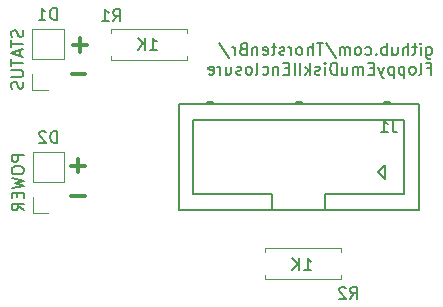
<source format=gbr>
%TF.GenerationSoftware,KiCad,Pcbnew,5.1.8-5.1.8*%
%TF.CreationDate,2022-05-17T18:34:16+02:00*%
%TF.ProjectId,FloppyEmuButtonPanel,466c6f70-7079-4456-9d75-427574746f6e,1.0*%
%TF.SameCoordinates,Original*%
%TF.FileFunction,Legend,Bot*%
%TF.FilePolarity,Positive*%
%FSLAX46Y46*%
G04 Gerber Fmt 4.6, Leading zero omitted, Abs format (unit mm)*
G04 Created by KiCad (PCBNEW 5.1.8-5.1.8) date 2022-05-17 18:34:16*
%MOMM*%
%LPD*%
G01*
G04 APERTURE LIST*
%ADD10C,0.300000*%
%ADD11C,0.150000*%
%ADD12C,0.120000*%
G04 APERTURE END LIST*
D10*
X109537428Y-90277142D02*
X108394571Y-90277142D01*
X109537428Y-87737142D02*
X108394571Y-87737142D01*
X108966000Y-88308571D02*
X108966000Y-87165714D01*
X109571428Y-80007142D02*
X108428571Y-80007142D01*
X109671428Y-77507142D02*
X108528571Y-77507142D01*
X109100000Y-78078571D02*
X109100000Y-76935714D01*
D11*
X138427833Y-77700714D02*
X138427833Y-78510238D01*
X138475452Y-78605476D01*
X138523071Y-78653095D01*
X138618309Y-78700714D01*
X138761166Y-78700714D01*
X138856404Y-78653095D01*
X138427833Y-78319761D02*
X138523071Y-78367380D01*
X138713547Y-78367380D01*
X138808785Y-78319761D01*
X138856404Y-78272142D01*
X138904023Y-78176904D01*
X138904023Y-77891190D01*
X138856404Y-77795952D01*
X138808785Y-77748333D01*
X138713547Y-77700714D01*
X138523071Y-77700714D01*
X138427833Y-77748333D01*
X137951642Y-78367380D02*
X137951642Y-77700714D01*
X137951642Y-77367380D02*
X137999261Y-77415000D01*
X137951642Y-77462619D01*
X137904023Y-77415000D01*
X137951642Y-77367380D01*
X137951642Y-77462619D01*
X137618309Y-77700714D02*
X137237357Y-77700714D01*
X137475452Y-77367380D02*
X137475452Y-78224523D01*
X137427833Y-78319761D01*
X137332595Y-78367380D01*
X137237357Y-78367380D01*
X136904023Y-78367380D02*
X136904023Y-77367380D01*
X136475452Y-78367380D02*
X136475452Y-77843571D01*
X136523071Y-77748333D01*
X136618309Y-77700714D01*
X136761166Y-77700714D01*
X136856404Y-77748333D01*
X136904023Y-77795952D01*
X135570690Y-77700714D02*
X135570690Y-78367380D01*
X135999261Y-77700714D02*
X135999261Y-78224523D01*
X135951642Y-78319761D01*
X135856404Y-78367380D01*
X135713547Y-78367380D01*
X135618309Y-78319761D01*
X135570690Y-78272142D01*
X135094500Y-78367380D02*
X135094500Y-77367380D01*
X135094500Y-77748333D02*
X134999261Y-77700714D01*
X134808785Y-77700714D01*
X134713547Y-77748333D01*
X134665928Y-77795952D01*
X134618309Y-77891190D01*
X134618309Y-78176904D01*
X134665928Y-78272142D01*
X134713547Y-78319761D01*
X134808785Y-78367380D01*
X134999261Y-78367380D01*
X135094500Y-78319761D01*
X134189738Y-78272142D02*
X134142119Y-78319761D01*
X134189738Y-78367380D01*
X134237357Y-78319761D01*
X134189738Y-78272142D01*
X134189738Y-78367380D01*
X133284976Y-78319761D02*
X133380214Y-78367380D01*
X133570690Y-78367380D01*
X133665928Y-78319761D01*
X133713547Y-78272142D01*
X133761166Y-78176904D01*
X133761166Y-77891190D01*
X133713547Y-77795952D01*
X133665928Y-77748333D01*
X133570690Y-77700714D01*
X133380214Y-77700714D01*
X133284976Y-77748333D01*
X132713547Y-78367380D02*
X132808785Y-78319761D01*
X132856404Y-78272142D01*
X132904023Y-78176904D01*
X132904023Y-77891190D01*
X132856404Y-77795952D01*
X132808785Y-77748333D01*
X132713547Y-77700714D01*
X132570690Y-77700714D01*
X132475452Y-77748333D01*
X132427833Y-77795952D01*
X132380214Y-77891190D01*
X132380214Y-78176904D01*
X132427833Y-78272142D01*
X132475452Y-78319761D01*
X132570690Y-78367380D01*
X132713547Y-78367380D01*
X131951642Y-78367380D02*
X131951642Y-77700714D01*
X131951642Y-77795952D02*
X131904023Y-77748333D01*
X131808785Y-77700714D01*
X131665928Y-77700714D01*
X131570690Y-77748333D01*
X131523071Y-77843571D01*
X131523071Y-78367380D01*
X131523071Y-77843571D02*
X131475452Y-77748333D01*
X131380214Y-77700714D01*
X131237357Y-77700714D01*
X131142119Y-77748333D01*
X131094500Y-77843571D01*
X131094500Y-78367380D01*
X129904023Y-77319761D02*
X130761166Y-78605476D01*
X129713547Y-77367380D02*
X129142119Y-77367380D01*
X129427833Y-78367380D02*
X129427833Y-77367380D01*
X128808785Y-78367380D02*
X128808785Y-77367380D01*
X128380214Y-78367380D02*
X128380214Y-77843571D01*
X128427833Y-77748333D01*
X128523071Y-77700714D01*
X128665928Y-77700714D01*
X128761166Y-77748333D01*
X128808785Y-77795952D01*
X127761166Y-78367380D02*
X127856404Y-78319761D01*
X127904023Y-78272142D01*
X127951642Y-78176904D01*
X127951642Y-77891190D01*
X127904023Y-77795952D01*
X127856404Y-77748333D01*
X127761166Y-77700714D01*
X127618309Y-77700714D01*
X127523071Y-77748333D01*
X127475452Y-77795952D01*
X127427833Y-77891190D01*
X127427833Y-78176904D01*
X127475452Y-78272142D01*
X127523071Y-78319761D01*
X127618309Y-78367380D01*
X127761166Y-78367380D01*
X126999261Y-78367380D02*
X126999261Y-77700714D01*
X126999261Y-77891190D02*
X126951642Y-77795952D01*
X126904023Y-77748333D01*
X126808785Y-77700714D01*
X126713547Y-77700714D01*
X126427833Y-78319761D02*
X126332595Y-78367380D01*
X126142119Y-78367380D01*
X126046880Y-78319761D01*
X125999261Y-78224523D01*
X125999261Y-78176904D01*
X126046880Y-78081666D01*
X126142119Y-78034047D01*
X126284976Y-78034047D01*
X126380214Y-77986428D01*
X126427833Y-77891190D01*
X126427833Y-77843571D01*
X126380214Y-77748333D01*
X126284976Y-77700714D01*
X126142119Y-77700714D01*
X126046880Y-77748333D01*
X125713547Y-77700714D02*
X125332595Y-77700714D01*
X125570690Y-77367380D02*
X125570690Y-78224523D01*
X125523071Y-78319761D01*
X125427833Y-78367380D01*
X125332595Y-78367380D01*
X124618309Y-78319761D02*
X124713547Y-78367380D01*
X124904023Y-78367380D01*
X124999261Y-78319761D01*
X125046880Y-78224523D01*
X125046880Y-77843571D01*
X124999261Y-77748333D01*
X124904023Y-77700714D01*
X124713547Y-77700714D01*
X124618309Y-77748333D01*
X124570690Y-77843571D01*
X124570690Y-77938809D01*
X125046880Y-78034047D01*
X124142119Y-77700714D02*
X124142119Y-78367380D01*
X124142119Y-77795952D02*
X124094500Y-77748333D01*
X123999261Y-77700714D01*
X123856404Y-77700714D01*
X123761166Y-77748333D01*
X123713547Y-77843571D01*
X123713547Y-78367380D01*
X122904023Y-77843571D02*
X122761166Y-77891190D01*
X122713547Y-77938809D01*
X122665928Y-78034047D01*
X122665928Y-78176904D01*
X122713547Y-78272142D01*
X122761166Y-78319761D01*
X122856404Y-78367380D01*
X123237357Y-78367380D01*
X123237357Y-77367380D01*
X122904023Y-77367380D01*
X122808785Y-77415000D01*
X122761166Y-77462619D01*
X122713547Y-77557857D01*
X122713547Y-77653095D01*
X122761166Y-77748333D01*
X122808785Y-77795952D01*
X122904023Y-77843571D01*
X123237357Y-77843571D01*
X122237357Y-78367380D02*
X122237357Y-77700714D01*
X122237357Y-77891190D02*
X122189738Y-77795952D01*
X122142119Y-77748333D01*
X122046880Y-77700714D01*
X121951642Y-77700714D01*
X120904023Y-77319761D02*
X121761166Y-78605476D01*
X138523071Y-79493571D02*
X138856404Y-79493571D01*
X138856404Y-80017380D02*
X138856404Y-79017380D01*
X138380214Y-79017380D01*
X137856404Y-80017380D02*
X137951642Y-79969761D01*
X137999261Y-79874523D01*
X137999261Y-79017380D01*
X137332595Y-80017380D02*
X137427833Y-79969761D01*
X137475452Y-79922142D01*
X137523071Y-79826904D01*
X137523071Y-79541190D01*
X137475452Y-79445952D01*
X137427833Y-79398333D01*
X137332595Y-79350714D01*
X137189738Y-79350714D01*
X137094500Y-79398333D01*
X137046880Y-79445952D01*
X136999261Y-79541190D01*
X136999261Y-79826904D01*
X137046880Y-79922142D01*
X137094500Y-79969761D01*
X137189738Y-80017380D01*
X137332595Y-80017380D01*
X136570690Y-79350714D02*
X136570690Y-80350714D01*
X136570690Y-79398333D02*
X136475452Y-79350714D01*
X136284976Y-79350714D01*
X136189738Y-79398333D01*
X136142119Y-79445952D01*
X136094500Y-79541190D01*
X136094500Y-79826904D01*
X136142119Y-79922142D01*
X136189738Y-79969761D01*
X136284976Y-80017380D01*
X136475452Y-80017380D01*
X136570690Y-79969761D01*
X135665928Y-79350714D02*
X135665928Y-80350714D01*
X135665928Y-79398333D02*
X135570690Y-79350714D01*
X135380214Y-79350714D01*
X135284976Y-79398333D01*
X135237357Y-79445952D01*
X135189738Y-79541190D01*
X135189738Y-79826904D01*
X135237357Y-79922142D01*
X135284976Y-79969761D01*
X135380214Y-80017380D01*
X135570690Y-80017380D01*
X135665928Y-79969761D01*
X134856404Y-79350714D02*
X134618309Y-80017380D01*
X134380214Y-79350714D02*
X134618309Y-80017380D01*
X134713547Y-80255476D01*
X134761166Y-80303095D01*
X134856404Y-80350714D01*
X133999261Y-79493571D02*
X133665928Y-79493571D01*
X133523071Y-80017380D02*
X133999261Y-80017380D01*
X133999261Y-79017380D01*
X133523071Y-79017380D01*
X133094500Y-80017380D02*
X133094500Y-79350714D01*
X133094500Y-79445952D02*
X133046880Y-79398333D01*
X132951642Y-79350714D01*
X132808785Y-79350714D01*
X132713547Y-79398333D01*
X132665928Y-79493571D01*
X132665928Y-80017380D01*
X132665928Y-79493571D02*
X132618309Y-79398333D01*
X132523071Y-79350714D01*
X132380214Y-79350714D01*
X132284976Y-79398333D01*
X132237357Y-79493571D01*
X132237357Y-80017380D01*
X131332595Y-79350714D02*
X131332595Y-80017380D01*
X131761166Y-79350714D02*
X131761166Y-79874523D01*
X131713547Y-79969761D01*
X131618309Y-80017380D01*
X131475452Y-80017380D01*
X131380214Y-79969761D01*
X131332595Y-79922142D01*
X130856404Y-80017380D02*
X130856404Y-79017380D01*
X130618309Y-79017380D01*
X130475452Y-79065000D01*
X130380214Y-79160238D01*
X130332595Y-79255476D01*
X130284976Y-79445952D01*
X130284976Y-79588809D01*
X130332595Y-79779285D01*
X130380214Y-79874523D01*
X130475452Y-79969761D01*
X130618309Y-80017380D01*
X130856404Y-80017380D01*
X129856404Y-80017380D02*
X129856404Y-79350714D01*
X129856404Y-79017380D02*
X129904023Y-79065000D01*
X129856404Y-79112619D01*
X129808785Y-79065000D01*
X129856404Y-79017380D01*
X129856404Y-79112619D01*
X129427833Y-79969761D02*
X129332595Y-80017380D01*
X129142119Y-80017380D01*
X129046880Y-79969761D01*
X128999261Y-79874523D01*
X128999261Y-79826904D01*
X129046880Y-79731666D01*
X129142119Y-79684047D01*
X129284976Y-79684047D01*
X129380214Y-79636428D01*
X129427833Y-79541190D01*
X129427833Y-79493571D01*
X129380214Y-79398333D01*
X129284976Y-79350714D01*
X129142119Y-79350714D01*
X129046880Y-79398333D01*
X128570690Y-80017380D02*
X128570690Y-79017380D01*
X128475452Y-79636428D02*
X128189738Y-80017380D01*
X128189738Y-79350714D02*
X128570690Y-79731666D01*
X127761166Y-80017380D02*
X127761166Y-79017380D01*
X127284976Y-80017380D02*
X127284976Y-79017380D01*
X126808785Y-79493571D02*
X126475452Y-79493571D01*
X126332595Y-80017380D02*
X126808785Y-80017380D01*
X126808785Y-79017380D01*
X126332595Y-79017380D01*
X125904023Y-79350714D02*
X125904023Y-80017380D01*
X125904023Y-79445952D02*
X125856404Y-79398333D01*
X125761166Y-79350714D01*
X125618309Y-79350714D01*
X125523071Y-79398333D01*
X125475452Y-79493571D01*
X125475452Y-80017380D01*
X124570690Y-79969761D02*
X124665928Y-80017380D01*
X124856404Y-80017380D01*
X124951642Y-79969761D01*
X124999261Y-79922142D01*
X125046880Y-79826904D01*
X125046880Y-79541190D01*
X124999261Y-79445952D01*
X124951642Y-79398333D01*
X124856404Y-79350714D01*
X124665928Y-79350714D01*
X124570690Y-79398333D01*
X123999261Y-80017380D02*
X124094500Y-79969761D01*
X124142119Y-79874523D01*
X124142119Y-79017380D01*
X123475452Y-80017380D02*
X123570690Y-79969761D01*
X123618309Y-79922142D01*
X123665928Y-79826904D01*
X123665928Y-79541190D01*
X123618309Y-79445952D01*
X123570690Y-79398333D01*
X123475452Y-79350714D01*
X123332595Y-79350714D01*
X123237357Y-79398333D01*
X123189738Y-79445952D01*
X123142119Y-79541190D01*
X123142119Y-79826904D01*
X123189738Y-79922142D01*
X123237357Y-79969761D01*
X123332595Y-80017380D01*
X123475452Y-80017380D01*
X122761166Y-79969761D02*
X122665928Y-80017380D01*
X122475452Y-80017380D01*
X122380214Y-79969761D01*
X122332595Y-79874523D01*
X122332595Y-79826904D01*
X122380214Y-79731666D01*
X122475452Y-79684047D01*
X122618309Y-79684047D01*
X122713547Y-79636428D01*
X122761166Y-79541190D01*
X122761166Y-79493571D01*
X122713547Y-79398333D01*
X122618309Y-79350714D01*
X122475452Y-79350714D01*
X122380214Y-79398333D01*
X121475452Y-79350714D02*
X121475452Y-80017380D01*
X121904023Y-79350714D02*
X121904023Y-79874523D01*
X121856404Y-79969761D01*
X121761166Y-80017380D01*
X121618309Y-80017380D01*
X121523071Y-79969761D01*
X121475452Y-79922142D01*
X120999261Y-80017380D02*
X120999261Y-79350714D01*
X120999261Y-79541190D02*
X120951642Y-79445952D01*
X120904023Y-79398333D01*
X120808785Y-79350714D01*
X120713547Y-79350714D01*
X119999261Y-79969761D02*
X120094500Y-80017380D01*
X120284976Y-80017380D01*
X120380214Y-79969761D01*
X120427833Y-79874523D01*
X120427833Y-79493571D01*
X120380214Y-79398333D01*
X120284976Y-79350714D01*
X120094500Y-79350714D01*
X119999261Y-79398333D01*
X119951642Y-79493571D01*
X119951642Y-79588809D01*
X120427833Y-79684047D01*
%TO.C,J1*%
X137785000Y-91465000D02*
X137785000Y-82525000D01*
X137785000Y-82525000D02*
X117485000Y-82525000D01*
X117485000Y-82525000D02*
X117485000Y-91465000D01*
X117485000Y-91465000D02*
X137785000Y-91465000D01*
X129860000Y-91465000D02*
X129860000Y-90165000D01*
X129860000Y-90165000D02*
X136585000Y-90165000D01*
X136585000Y-90165000D02*
X136585000Y-83825000D01*
X136585000Y-83825000D02*
X118685000Y-83825000D01*
X118685000Y-83825000D02*
X118685000Y-90165000D01*
X118685000Y-90165000D02*
X125410000Y-90165000D01*
X125410000Y-90165000D02*
X125410000Y-91465000D01*
X127885000Y-82525000D02*
X127885000Y-82325000D01*
X127885000Y-82325000D02*
X127385000Y-82325000D01*
X127385000Y-82325000D02*
X127385000Y-82525000D01*
X127885000Y-82425000D02*
X127385000Y-82425000D01*
X120405000Y-82525000D02*
X120405000Y-82325000D01*
X120405000Y-82325000D02*
X119905000Y-82325000D01*
X119905000Y-82325000D02*
X119905000Y-82525000D01*
X120405000Y-82425000D02*
X119905000Y-82425000D01*
X135365000Y-82525000D02*
X135365000Y-82325000D01*
X135365000Y-82325000D02*
X134865000Y-82325000D01*
X134865000Y-82325000D02*
X134865000Y-82525000D01*
X135365000Y-82425000D02*
X134865000Y-82425000D01*
X134915000Y-88865000D02*
X134915000Y-87665000D01*
X134915000Y-87665000D02*
X134315000Y-88265000D01*
X134315000Y-88265000D02*
X134915000Y-88865000D01*
D12*
%TO.C,R2*%
X124806000Y-97322000D02*
X124806000Y-96992000D01*
X131226000Y-97322000D02*
X124806000Y-97322000D01*
X131226000Y-96992000D02*
X131226000Y-97322000D01*
X124806000Y-94702000D02*
X124806000Y-95032000D01*
X131226000Y-94702000D02*
X124806000Y-94702000D01*
X131226000Y-95032000D02*
X131226000Y-94702000D01*
%TO.C,D2*%
X105096000Y-91754000D02*
X106426000Y-91754000D01*
X105096000Y-90424000D02*
X105096000Y-91754000D01*
X105096000Y-89154000D02*
X107756000Y-89154000D01*
X107756000Y-89154000D02*
X107756000Y-86554000D01*
X105096000Y-89154000D02*
X105096000Y-86554000D01*
X105096000Y-86554000D02*
X107756000Y-86554000D01*
%TO.C,R1*%
X111725000Y-78780000D02*
X111725000Y-78450000D01*
X118145000Y-78780000D02*
X111725000Y-78780000D01*
X118145000Y-78450000D02*
X118145000Y-78780000D01*
X111725000Y-76160000D02*
X111725000Y-76490000D01*
X118145000Y-76160000D02*
X111725000Y-76160000D01*
X118145000Y-76490000D02*
X118145000Y-76160000D01*
%TO.C,D1*%
X105070000Y-81330000D02*
X106400000Y-81330000D01*
X105070000Y-80000000D02*
X105070000Y-81330000D01*
X105070000Y-78730000D02*
X107730000Y-78730000D01*
X107730000Y-78730000D02*
X107730000Y-76130000D01*
X105070000Y-78730000D02*
X105070000Y-76130000D01*
X105070000Y-76130000D02*
X107730000Y-76130000D01*
%TO.C,J1*%
D11*
X135588333Y-83907380D02*
X135588333Y-84621666D01*
X135635952Y-84764523D01*
X135731190Y-84859761D01*
X135874047Y-84907380D01*
X135969285Y-84907380D01*
X134588333Y-84907380D02*
X135159761Y-84907380D01*
X134874047Y-84907380D02*
X134874047Y-83907380D01*
X134969285Y-84050238D01*
X135064523Y-84145476D01*
X135159761Y-84193095D01*
%TO.C,R2*%
X131992666Y-99004380D02*
X132326000Y-98528190D01*
X132564095Y-99004380D02*
X132564095Y-98004380D01*
X132183142Y-98004380D01*
X132087904Y-98052000D01*
X132040285Y-98099619D01*
X131992666Y-98194857D01*
X131992666Y-98337714D01*
X132040285Y-98432952D01*
X132087904Y-98480571D01*
X132183142Y-98528190D01*
X132564095Y-98528190D01*
X131611714Y-98099619D02*
X131564095Y-98052000D01*
X131468857Y-98004380D01*
X131230761Y-98004380D01*
X131135523Y-98052000D01*
X131087904Y-98099619D01*
X131040285Y-98194857D01*
X131040285Y-98290095D01*
X131087904Y-98432952D01*
X131659333Y-99004380D01*
X131040285Y-99004380D01*
X128103285Y-96591380D02*
X128674714Y-96591380D01*
X128389000Y-96591380D02*
X128389000Y-95591380D01*
X128484238Y-95734238D01*
X128579476Y-95829476D01*
X128674714Y-95877095D01*
X127674714Y-96591380D02*
X127674714Y-95591380D01*
X127103285Y-96591380D02*
X127531857Y-96019952D01*
X127103285Y-95591380D02*
X127674714Y-96162809D01*
%TO.C,D2*%
X107164095Y-85796380D02*
X107164095Y-84796380D01*
X106926000Y-84796380D01*
X106783142Y-84844000D01*
X106687904Y-84939238D01*
X106640285Y-85034476D01*
X106592666Y-85224952D01*
X106592666Y-85367809D01*
X106640285Y-85558285D01*
X106687904Y-85653523D01*
X106783142Y-85748761D01*
X106926000Y-85796380D01*
X107164095Y-85796380D01*
X106211714Y-84891619D02*
X106164095Y-84844000D01*
X106068857Y-84796380D01*
X105830761Y-84796380D01*
X105735523Y-84844000D01*
X105687904Y-84891619D01*
X105640285Y-84986857D01*
X105640285Y-85082095D01*
X105687904Y-85224952D01*
X106259333Y-85796380D01*
X105640285Y-85796380D01*
X104338380Y-86844476D02*
X103338380Y-86844476D01*
X103338380Y-87225428D01*
X103386000Y-87320666D01*
X103433619Y-87368285D01*
X103528857Y-87415904D01*
X103671714Y-87415904D01*
X103766952Y-87368285D01*
X103814571Y-87320666D01*
X103862190Y-87225428D01*
X103862190Y-86844476D01*
X103338380Y-88034952D02*
X103338380Y-88225428D01*
X103386000Y-88320666D01*
X103481238Y-88415904D01*
X103671714Y-88463523D01*
X104005047Y-88463523D01*
X104195523Y-88415904D01*
X104290761Y-88320666D01*
X104338380Y-88225428D01*
X104338380Y-88034952D01*
X104290761Y-87939714D01*
X104195523Y-87844476D01*
X104005047Y-87796857D01*
X103671714Y-87796857D01*
X103481238Y-87844476D01*
X103386000Y-87939714D01*
X103338380Y-88034952D01*
X103338380Y-88796857D02*
X104338380Y-89034952D01*
X103624095Y-89225428D01*
X104338380Y-89415904D01*
X103338380Y-89654000D01*
X103814571Y-90034952D02*
X103814571Y-90368285D01*
X104338380Y-90511142D02*
X104338380Y-90034952D01*
X103338380Y-90034952D01*
X103338380Y-90511142D01*
X104338380Y-91511142D02*
X103862190Y-91177809D01*
X104338380Y-90939714D02*
X103338380Y-90939714D01*
X103338380Y-91320666D01*
X103386000Y-91415904D01*
X103433619Y-91463523D01*
X103528857Y-91511142D01*
X103671714Y-91511142D01*
X103766952Y-91463523D01*
X103814571Y-91415904D01*
X103862190Y-91320666D01*
X103862190Y-90939714D01*
%TO.C,R1*%
X111926666Y-75509380D02*
X112260000Y-75033190D01*
X112498095Y-75509380D02*
X112498095Y-74509380D01*
X112117142Y-74509380D01*
X112021904Y-74557000D01*
X111974285Y-74604619D01*
X111926666Y-74699857D01*
X111926666Y-74842714D01*
X111974285Y-74937952D01*
X112021904Y-74985571D01*
X112117142Y-75033190D01*
X112498095Y-75033190D01*
X110974285Y-75509380D02*
X111545714Y-75509380D01*
X111260000Y-75509380D02*
X111260000Y-74509380D01*
X111355238Y-74652238D01*
X111450476Y-74747476D01*
X111545714Y-74795095D01*
X115022285Y-77922380D02*
X115593714Y-77922380D01*
X115308000Y-77922380D02*
X115308000Y-76922380D01*
X115403238Y-77065238D01*
X115498476Y-77160476D01*
X115593714Y-77208095D01*
X114593714Y-77922380D02*
X114593714Y-76922380D01*
X114022285Y-77922380D02*
X114450857Y-77350952D01*
X114022285Y-76922380D02*
X114593714Y-77493809D01*
%TO.C,D1*%
X107138095Y-75372380D02*
X107138095Y-74372380D01*
X106900000Y-74372380D01*
X106757142Y-74420000D01*
X106661904Y-74515238D01*
X106614285Y-74610476D01*
X106566666Y-74800952D01*
X106566666Y-74943809D01*
X106614285Y-75134285D01*
X106661904Y-75229523D01*
X106757142Y-75324761D01*
X106900000Y-75372380D01*
X107138095Y-75372380D01*
X105614285Y-75372380D02*
X106185714Y-75372380D01*
X105900000Y-75372380D02*
X105900000Y-74372380D01*
X105995238Y-74515238D01*
X106090476Y-74610476D01*
X106185714Y-74658095D01*
X104264761Y-76253809D02*
X104312380Y-76396666D01*
X104312380Y-76634761D01*
X104264761Y-76730000D01*
X104217142Y-76777619D01*
X104121904Y-76825238D01*
X104026666Y-76825238D01*
X103931428Y-76777619D01*
X103883809Y-76730000D01*
X103836190Y-76634761D01*
X103788571Y-76444285D01*
X103740952Y-76349047D01*
X103693333Y-76301428D01*
X103598095Y-76253809D01*
X103502857Y-76253809D01*
X103407619Y-76301428D01*
X103360000Y-76349047D01*
X103312380Y-76444285D01*
X103312380Y-76682380D01*
X103360000Y-76825238D01*
X103312380Y-77110952D02*
X103312380Y-77682380D01*
X104312380Y-77396666D02*
X103312380Y-77396666D01*
X104026666Y-77968095D02*
X104026666Y-78444285D01*
X104312380Y-77872857D02*
X103312380Y-78206190D01*
X104312380Y-78539523D01*
X103312380Y-78730000D02*
X103312380Y-79301428D01*
X104312380Y-79015714D02*
X103312380Y-79015714D01*
X103312380Y-79634761D02*
X104121904Y-79634761D01*
X104217142Y-79682380D01*
X104264761Y-79730000D01*
X104312380Y-79825238D01*
X104312380Y-80015714D01*
X104264761Y-80110952D01*
X104217142Y-80158571D01*
X104121904Y-80206190D01*
X103312380Y-80206190D01*
X104264761Y-80634761D02*
X104312380Y-80777619D01*
X104312380Y-81015714D01*
X104264761Y-81110952D01*
X104217142Y-81158571D01*
X104121904Y-81206190D01*
X104026666Y-81206190D01*
X103931428Y-81158571D01*
X103883809Y-81110952D01*
X103836190Y-81015714D01*
X103788571Y-80825238D01*
X103740952Y-80730000D01*
X103693333Y-80682380D01*
X103598095Y-80634761D01*
X103502857Y-80634761D01*
X103407619Y-80682380D01*
X103360000Y-80730000D01*
X103312380Y-80825238D01*
X103312380Y-81063333D01*
X103360000Y-81206190D01*
%TD*%
M02*

</source>
